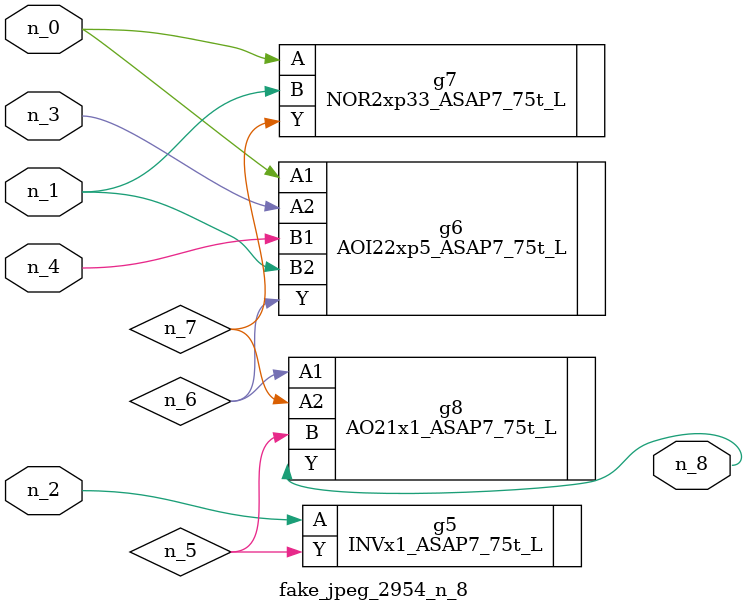
<source format=v>
module fake_jpeg_2954_n_8 (n_3, n_2, n_1, n_0, n_4, n_8);

input n_3;
input n_2;
input n_1;
input n_0;
input n_4;

output n_8;

wire n_6;
wire n_5;
wire n_7;

INVx1_ASAP7_75t_L g5 ( 
.A(n_2),
.Y(n_5)
);

AOI22xp5_ASAP7_75t_L g6 ( 
.A1(n_0),
.A2(n_3),
.B1(n_4),
.B2(n_1),
.Y(n_6)
);

NOR2xp33_ASAP7_75t_L g7 ( 
.A(n_0),
.B(n_1),
.Y(n_7)
);

AO21x1_ASAP7_75t_L g8 ( 
.A1(n_6),
.A2(n_7),
.B(n_5),
.Y(n_8)
);


endmodule
</source>
